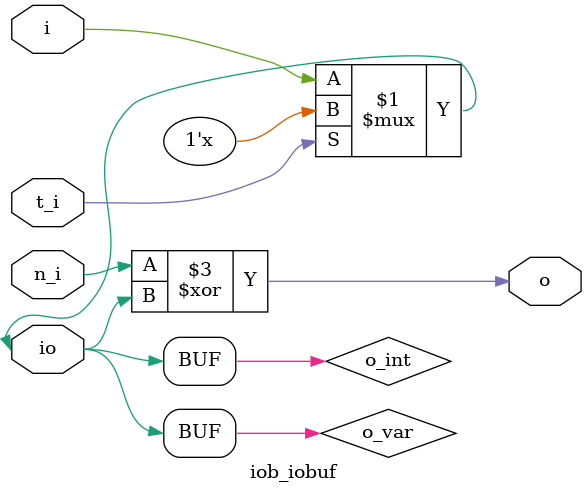
<source format=v>
/*****************************************************************************

  Description: IOB_INOUT 3-State Buffer

  Copyright (C) 2020 IObundle, Lda  All rights reserved

******************************************************************************/
`timescale 1ns / 1ps

module iob_iobuf (
   input  i,    // from core
   input  t_i,  // from core: tristate control
   input  n_i,  // from core: inversion control
   output o,    // to core
   inout  io    // to device IO
);

   wire o_int;

`ifdef XILINX
   IOBUF IOBUF_inst (
      .I (i),
      .T (t_i),
      .O (o_int),
      .IO(io)
   );
`else
   reg o_var;
   assign io = t_i ? 1'bz : i;
   always @* o_var = #1 io;
   assign o_int = o_var;
`endif

   assign o = (n_i ^ o_int);

endmodule

</source>
